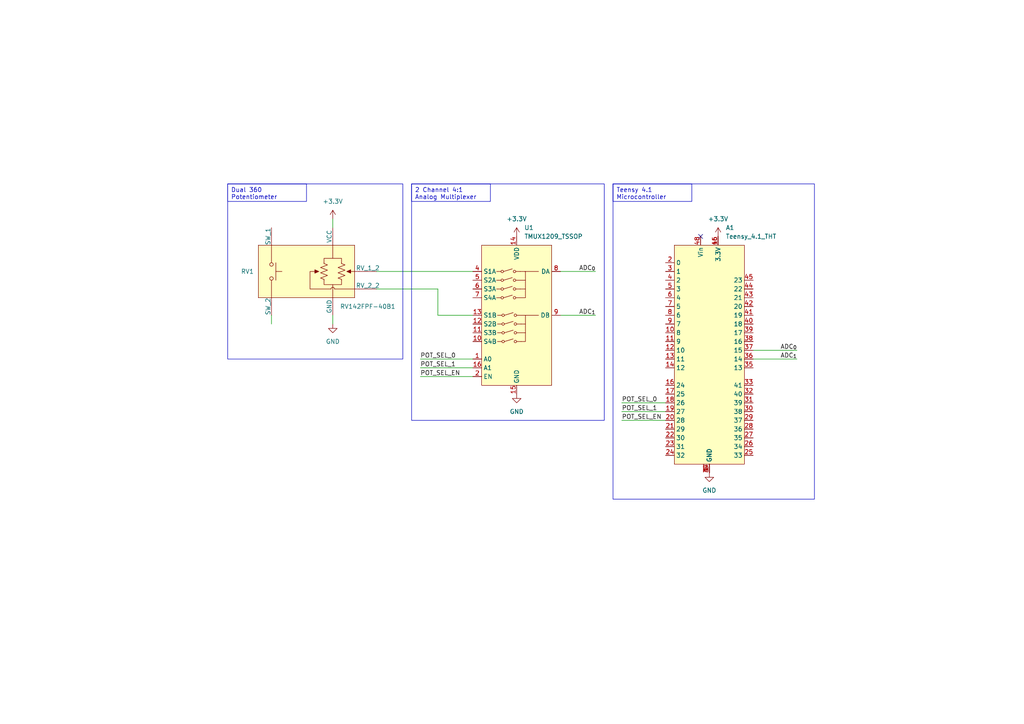
<source format=kicad_sch>
(kicad_sch (version 20230121) (generator eeschema)
  (paper "A4")
  (lib_symbols
    (symbol "MPP_Analog_Switch:TMUX1209_TSSOP"
      (property "Reference" "U" (at 2.286 24.384 0))
      (property "Value" "TMUX1209_TSSOP" (at 10.16 22.098 0))
      (symbol "TMUX1209_TSSOP_0_1"
        (circle (center -4.191 5.08) (radius 0.3592))
        (circle (center -4.191 7.62) (radius 0.3592))
        (circle (center -4.191 10.16) (radius 0.3592))
        (circle (center -4.191 12.7) (radius 0.3592))
        (circle (center -3.937 -7.62) (radius 0.3592))
        (circle (center -3.937 -5.08) (radius 0.3592))
        (circle (center -3.937 -2.54) (radius 0.3592))
        (circle (center -3.937 0) (radius 0.3592))
        (circle (center -0.635 5.08) (radius 0.3592))
        (circle (center -0.635 7.62) (radius 0.3592))
        (circle (center -0.635 10.16) (radius 0.3592))
        (circle (center -0.635 12.7) (radius 0.3592))
        (circle (center -0.381 -7.62) (radius 0.3592))
        (circle (center -0.381 -5.08) (radius 0.3592))
        (circle (center -0.381 -2.54) (radius 0.3592))
        (circle (center -0.381 0) (radius 0.3592))
        (polyline (pts (xy -5.842 5.08) (xy -4.572 5.08)))
        (polyline (pts (xy -5.842 7.62) (xy -4.572 7.62)))
        (polyline (pts (xy -5.842 10.16) (xy -4.572 10.16)))
        (polyline (pts (xy -5.842 12.7) (xy -4.572 12.7)))
        (polyline (pts (xy -5.588 -7.62) (xy -4.318 -7.62)))
        (polyline (pts (xy -5.588 -5.08) (xy -4.318 -5.08)))
        (polyline (pts (xy -5.588 -2.54) (xy -4.318 -2.54)))
        (polyline (pts (xy -5.588 0) (xy -4.318 0)))
        (polyline (pts (xy -3.81 5.08) (xy -1.27 5.842)))
        (polyline (pts (xy -3.81 7.62) (xy -1.27 8.382)))
        (polyline (pts (xy -3.81 10.16) (xy -1.27 10.922)))
        (polyline (pts (xy -3.81 12.7) (xy -1.27 13.462)))
        (polyline (pts (xy -3.556 -7.62) (xy -1.016 -6.858)))
        (polyline (pts (xy -3.556 -5.08) (xy -1.016 -4.318)))
        (polyline (pts (xy -3.556 -2.54) (xy -1.016 -1.778)))
        (polyline (pts (xy -3.556 0) (xy -1.016 0.762)))
        (polyline (pts (xy 1.016 5.08) (xy -0.254 5.08)))
        (polyline (pts (xy 1.016 7.62) (xy -0.254 7.62)))
        (polyline (pts (xy 1.016 7.62) (xy 2.54 7.62)))
        (polyline (pts (xy 1.016 10.16) (xy -0.254 10.16)))
        (polyline (pts (xy 1.016 10.16) (xy 2.54 10.16)))
        (polyline (pts (xy 1.016 12.7) (xy -0.254 12.7)))
        (polyline (pts (xy 1.27 -7.62) (xy 0 -7.62)))
        (polyline (pts (xy 1.27 -5.08) (xy 0 -5.08)))
        (polyline (pts (xy 1.27 -5.08) (xy 2.54 -5.08)))
        (polyline (pts (xy 1.27 -2.54) (xy 0 -2.54)))
        (polyline (pts (xy 1.27 -2.54) (xy 2.54 -2.54)))
        (polyline (pts (xy 1.27 0) (xy 0 0)))
        (polyline (pts (xy 6.35 0) (xy 2.413 0)))
        (polyline (pts (xy 6.35 12.7) (xy 2.413 12.7)))
        (polyline (pts (xy 1.016 12.7) (xy 2.54 12.7) (xy 2.54 5.08) (xy 1.016 5.08)))
        (polyline (pts (xy 1.27 0) (xy 2.54 0) (xy 2.54 -7.62) (xy 1.27 -7.62)))
      )
      (symbol "TMUX1209_TSSOP_1_1"
        (rectangle (start -10.16 20.32) (end 10.16 -20.32) (fill (type background)))
        (pin input line (at -12.7 -12.7 0) (length 2.54) (name "A0") (number "1"))
        (pin bidirectional line (at -12.7 -7.62 0) (length 2.54) (name "S4B") (number "10"))
        (pin bidirectional line (at -12.7 -5.08 0) (length 2.54) (name "S3B") (number "11"))
        (pin bidirectional line (at -12.7 -2.54 0) (length 2.54) (name "S2B") (number "12"))
        (pin bidirectional line (at -12.7 0 0) (length 2.54) (name "S1B") (number "13"))
        (pin power_in line (at 0 22.86 270) (length 2.54) (name "VDD") (number "14"))
        (pin power_in line (at 0 -22.86 90) (length 2.54) (name "GND") (number "15"))
        (pin input line (at -12.7 -15.24 0) (length 2.54) (name "A1") (number "16"))
        (pin input line (at -12.7 -17.78 0) (length 2.54) (name "EN") (number "2"))
        (pin bidirectional line (at -12.7 12.7 0) (length 2.54) (name "S1A") (number "4"))
        (pin bidirectional line (at -12.7 10.16 0) (length 2.54) (name "S2A") (number "5"))
        (pin bidirectional line (at -12.7 7.62 0) (length 2.54) (name "S3A") (number "6"))
        (pin bidirectional line (at -12.7 5.08 0) (length 2.54) (name "S4A") (number "7"))
        (pin bidirectional line (at 12.7 12.7 180) (length 2.54) (name "DA") (number "8"))
        (pin bidirectional line (at 12.7 0 180) (length 2.54) (name "DB") (number "9"))
      )
    )
    (symbol "MPP_Device:RV142FPF-40B1" (pin_numbers hide) (pin_names (offset 0))
      (property "Reference" "RV" (at -5.08 8.89 0))
      (property "Value" "RV142FPF-40B1" (at -15.875 0 90))
      (symbol "RV142FPF-40B1_0_1"
        (circle (center -10.16 -2.032) (radius 0.508))
        (circle (center -10.16 2.032) (radius 0.508))
        (polyline (pts (xy -10.16 -2.54) (xy -10.16 -7.62)))
        (polyline (pts (xy -10.16 2.54) (xy -10.16 7.62)))
        (polyline (pts (xy -8.89 -2.54) (xy -8.89 2.54)))
        (polyline (pts (xy -8.89 0) (xy -7.112 0)))
        (polyline (pts (xy 5.08 -2.286) (xy 5.08 -2.54)))
        (polyline (pts (xy 5.08 2.286) (xy 5.08 2.54)))
        (polyline (pts (xy 7.62 -3.81) (xy 7.62 -7.62)))
        (polyline (pts (xy 7.62 3.81) (xy 7.62 7.62)))
        (polyline (pts (xy 10.16 -2.286) (xy 10.16 -2.54)))
        (polyline (pts (xy 10.16 2.286) (xy 10.16 2.54)))
        (polyline (pts (xy 12.7 0) (xy 15.24 0)))
        (polyline (pts (xy 15.24 -5.08) (xy 8.128 -5.08)))
        (polyline (pts (xy 2.54 0) (xy 1.016 0) (xy 1.016 -5.08) (xy 7.112 -5.08)))
        (polyline (pts (xy 3.556 0) (xy 2.413 -0.508) (xy 2.413 0.508) (xy 3.556 0)) (fill (type outline)))
        (polyline (pts (xy 5.08 -2.54) (xy 5.08 -3.81) (xy 10.16 -3.81) (xy 10.16 -2.54)))
        (polyline (pts (xy 5.08 2.54) (xy 5.08 3.81) (xy 10.16 3.81) (xy 10.16 2.54)))
        (polyline (pts (xy 11.684 0) (xy 12.827 0.508) (xy 12.827 -0.508) (xy 11.684 0)) (fill (type outline)))
        (polyline (pts (xy 5.08 -0.762) (xy 6.096 -1.143) (xy 5.08 -1.524) (xy 4.064 -1.905) (xy 5.08 -2.286)))
        (polyline (pts (xy 5.08 0.762) (xy 6.096 0.381) (xy 5.08 0) (xy 4.064 -0.381) (xy 5.08 -0.762)))
        (polyline (pts (xy 5.08 2.286) (xy 6.096 1.905) (xy 5.08 1.524) (xy 4.064 1.143) (xy 5.08 0.762)))
        (polyline (pts (xy 10.16 -0.762) (xy 11.176 -1.143) (xy 10.16 -1.524) (xy 9.144 -1.905) (xy 10.16 -2.286)))
        (polyline (pts (xy 10.16 0.762) (xy 11.176 0.381) (xy 10.16 0) (xy 9.144 -0.381) (xy 10.16 -0.762)))
        (polyline (pts (xy 10.16 2.286) (xy 11.176 1.905) (xy 10.16 1.524) (xy 9.144 1.143) (xy 10.16 0.762)))
        (arc (start 7.62 -4.572) (mid 7.2608 -4.7208) (end 7.112 -5.08))
        (arc (start 8.128 -5.08) (mid 7.9792 -4.7208) (end 7.62 -4.572))
      )
      (symbol "RV142FPF-40B1_1_1"
        (rectangle (start -13.97 7.62) (end 13.97 -7.62) (fill (type background)))
        (pin passive line (at 7.62 -12.7 90) (length 5.08) (name "GND") (number "1"))
        (pin passive line (at 20.32 0 180) (length 5.08) (name "RV_1_2") (number "2"))
        (pin passive line (at 7.62 12.7 270) (length 5.08) (name "VCC") (number "3"))
        (pin passive line (at 20.32 -5.08 180) (length 5.08) (name "RV_2_2") (number "4"))
        (pin passive line (at -10.16 12.7 270) (length 5.08) (name "SW_1") (number "5"))
        (pin passive line (at -10.16 -12.7 90) (length 5.08) (name "SW_2") (number "6"))
      )
    )
    (symbol "MPP_MCU_Module:Teensy_4.1_THT"
      (property "Reference" "A" (at 5.715 32.385 0))
      (property "Value" "Teensy_4.1_THT" (at 12.065 29.845 0))
      (symbol "Teensy_4.1_THT_1_1"
        (rectangle (start -10.16 27.94) (end 10.16 -35.56) (fill (type background)))
        (pin power_out line (at 0 -38.1 90) (length 2.54) (name "GND") (number "1"))
        (pin bidirectional line (at -12.7 2.54 0) (length 2.54) (name "8") (number "10"))
        (pin bidirectional line (at -12.7 0 0) (length 2.54) (name "9") (number "11"))
        (pin bidirectional line (at -12.7 -2.54 0) (length 2.54) (name "10") (number "12"))
        (pin bidirectional line (at -12.7 -5.08 0) (length 2.54) (name "11") (number "13"))
        (pin bidirectional line (at -12.7 -7.62 0) (length 2.54) (name "12") (number "14"))
        (pin power_out line (at 2.54 30.48 270) (length 2.54) (name "3.3V") (number "15"))
        (pin bidirectional line (at -12.7 -12.7 0) (length 2.54) (name "24") (number "16"))
        (pin bidirectional line (at -12.7 -15.24 0) (length 2.54) (name "25") (number "17"))
        (pin bidirectional line (at -12.7 -17.78 0) (length 2.54) (name "26") (number "18"))
        (pin bidirectional line (at -12.7 -20.32 0) (length 2.54) (name "27") (number "19"))
        (pin bidirectional line (at -12.7 22.86 0) (length 2.54) (name "0") (number "2"))
        (pin bidirectional line (at -12.7 -22.86 0) (length 2.54) (name "28") (number "20"))
        (pin bidirectional line (at -12.7 -25.4 0) (length 2.54) (name "29") (number "21"))
        (pin bidirectional line (at -12.7 -27.94 0) (length 2.54) (name "30") (number "22"))
        (pin bidirectional line (at -12.7 -30.48 0) (length 2.54) (name "31") (number "23"))
        (pin bidirectional line (at -12.7 -33.02 0) (length 2.54) (name "32") (number "24"))
        (pin bidirectional line (at 12.7 -33.02 180) (length 2.54) (name "33") (number "25"))
        (pin bidirectional line (at 12.7 -30.48 180) (length 2.54) (name "34") (number "26"))
        (pin bidirectional line (at 12.7 -27.94 180) (length 2.54) (name "35") (number "27"))
        (pin bidirectional line (at 12.7 -25.4 180) (length 2.54) (name "36") (number "28"))
        (pin bidirectional line (at 12.7 -22.86 180) (length 2.54) (name "37") (number "29"))
        (pin bidirectional line (at -12.7 20.32 0) (length 2.54) (name "1") (number "3"))
        (pin bidirectional line (at 12.7 -20.32 180) (length 2.54) (name "38") (number "30"))
        (pin bidirectional line (at 12.7 -17.78 180) (length 2.54) (name "39") (number "31"))
        (pin bidirectional line (at 12.7 -15.24 180) (length 2.54) (name "40") (number "32"))
        (pin bidirectional line (at 12.7 -12.7 180) (length 2.54) (name "41") (number "33"))
        (pin power_out line (at 0 -38.1 90) (length 2.54) (name "GND") (number "34"))
        (pin bidirectional line (at 12.7 -7.62 180) (length 2.54) (name "13") (number "35"))
        (pin bidirectional line (at 12.7 -5.08 180) (length 2.54) (name "14") (number "36"))
        (pin bidirectional line (at 12.7 -2.54 180) (length 2.54) (name "15") (number "37"))
        (pin bidirectional line (at 12.7 0 180) (length 2.54) (name "16") (number "38"))
        (pin bidirectional line (at 12.7 2.54 180) (length 2.54) (name "17") (number "39"))
        (pin bidirectional line (at -12.7 17.78 0) (length 2.54) (name "2") (number "4"))
        (pin bidirectional line (at 12.7 5.08 180) (length 2.54) (name "18") (number "40"))
        (pin bidirectional line (at 12.7 7.62 180) (length 2.54) (name "19") (number "41"))
        (pin bidirectional line (at 12.7 10.16 180) (length 2.54) (name "20") (number "42"))
        (pin bidirectional line (at 12.7 12.7 180) (length 2.54) (name "21") (number "43"))
        (pin bidirectional line (at 12.7 15.24 180) (length 2.54) (name "22") (number "44"))
        (pin bidirectional line (at 12.7 17.78 180) (length 2.54) (name "23") (number "45"))
        (pin power_out line (at 2.54 30.48 270) (length 2.54) (name "3.3V") (number "46"))
        (pin power_out line (at 0 -38.1 90) (length 2.54) (name "GND") (number "47"))
        (pin power_out line (at -2.54 30.48 270) (length 2.54) (name "Vin") (number "48"))
        (pin bidirectional line (at -12.7 15.24 0) (length 2.54) (name "3") (number "5"))
        (pin bidirectional line (at -12.7 12.7 0) (length 2.54) (name "4") (number "6"))
        (pin bidirectional line (at -12.7 10.16 0) (length 2.54) (name "5") (number "7"))
        (pin bidirectional line (at -12.7 7.62 0) (length 2.54) (name "6") (number "8"))
        (pin bidirectional line (at -12.7 5.08 0) (length 2.54) (name "7") (number "9"))
      )
    )
    (symbol "power:+3.3V" (power) (pin_names (offset 0))
      (property "Value" "+3.3V" (at 0 3.556 0))
      (symbol "+3.3V_0_1"
        (polyline (pts (xy -0.762 1.27) (xy 0 2.54)))
        (polyline (pts (xy 0 0) (xy 0 2.54)))
        (polyline (pts (xy 0 2.54) (xy 0.762 1.27)))
      )
      (symbol "+3.3V_1_1"
        (pin power_in line (at 0 0 90) (length 0) hide (name "+3.3V") (number "1"))
      )
    )
    (symbol "power:GND" (power) (pin_names (offset 0))
      (property "Value" "GND" (at 0 -3.81 0))
      (symbol "GND_0_1"
        (polyline (pts (xy 0 0) (xy 0 -1.27) (xy 1.27 -1.27) (xy 0 -2.54) (xy -1.27 -1.27) (xy 0 -1.27)))
      )
      (symbol "GND_1_1"
        (pin power_in line (at 0 0 270) (length 0) hide (name "GND") (number "1"))
      )
    )
  )
  (no_connect (at 203.2 68.58))
  (wire (pts (xy 96.52 91.44) (xy 96.52 93.98)))
  (wire (pts (xy 127 83.82) (xy 127 91.44)))
  (wire (pts (xy 121.92 104.14) (xy 137.16 104.14)))
  (wire (pts (xy 218.44 101.6) (xy 231.14 101.6)))
  (wire (pts (xy 218.44 104.14) (xy 231.14 104.14)))
  (wire (pts (xy 180.34 121.92) (xy 193.04 121.92)))
  (wire (pts (xy 162.56 78.74) (xy 172.72 78.74)))
  (wire (pts (xy 162.56 91.44) (xy 172.72 91.44)))
  (wire (pts (xy 96.52 63.5) (xy 96.52 66.04)))
  (wire (pts (xy 109.22 83.82) (xy 127 83.82)))
  (wire (pts (xy 180.34 119.38) (xy 193.04 119.38)))
  (wire (pts (xy 78.74 91.44) (xy 78.74 93.98)))
  (wire (pts (xy 109.22 78.74) (xy 137.16 78.74)))
  (wire (pts (xy 127 91.44) (xy 137.16 91.44)))
  (wire (pts (xy 121.92 109.22) (xy 137.16 109.22)))
  (wire (pts (xy 121.92 106.68) (xy 137.16 106.68)))
  (wire (pts (xy 180.34 116.84) (xy 193.04 116.84)))
  (rectangle (start 177.8 53.34) (end 236.22 144.78))
  (rectangle (start 66.04 53.34) (end 116.84 104.14))
  (rectangle (start 119.38 53.34) (end 175.26 121.92))
  (text_box "Dual 360 Potentiometer" (at 66.04 53.34 0) (size 22.86 5.08) (effects (font (size 1.27 1.27)) (justify left top)))
  (text_box "Teensy 4.1 Microcontroller\n" (at 177.8 53.34 0) (size 22.86 5.08) (effects (font (size 1.27 1.27)) (justify left top)))
  (text_box "2 Channel 4:1 Analog Multiplexer\n" (at 119.38 53.34 0) (size 22.86 5.08) (effects (font (size 1.27 1.27)) (justify left top)))
  (label "ADC_{0}" (at 231.14 101.6 180))
  (label "POT_SEL_EN" (at 121.92 109.22 0))
  (label "ADC_{1}" (at 231.14 104.14 180))
  (label "POT_SEL_1" (at 180.34 119.38 0))
  (label "POT_SEL_0" (at 180.34 116.84 0))
  (label "POT_SEL_0" (at 121.92 104.14 0))
  (label "ADC_{0}" (at 172.72 78.74 180))
  (label "ADC_{1}" (at 172.72 91.44 180))
  (label "POT_SEL_EN" (at 180.34 121.92 0))
  (label "POT_SEL_1" (at 121.92 106.68 0))
  (symbol (lib_id "power:GND") (at 96.52 93.98 0) (unit 1)
    (property "Reference" "#PWR05" (effects hide))
    (property "Value" "GND" (at 96.52 99.06 0))
    (instances (project "midi-controller_pot-board_teensy" (path "" (reference "#PWR05") (unit 1))) (project "midi-controller_pot-subcircuit_diagram" (path "" (reference "#PWR02") (unit 1)) (path "" (reference "#PWR02") (unit 1))))
  )
  (symbol (lib_id "MPP_MCU_Module:Teensy_4.1_THT") (at 205.74 99.06 0) (unit 1)
    (property "Reference" "A1" (at 210.4741 66.04 0) (effects (justify left)))
    (property "Value" "Teensy_4.1_THT" (at 210.4741 68.58 0) (effects (justify left)))
    (property "Footprint" "MPP_Module:Teensy_4.1_THT" (effects hide))
    (property "Datasheet" "https://www.pjrc.com/teensy/pinout.html" (effects hide))
  )
  (symbol (lib_id "power:+3.3V") (at 96.52 63.5 0) (unit 1)
    (property "Reference" "#PWR02" (effects hide))
    (property "Value" "+3.3V" (at 96.52 58.42 0))
    (instances (project "midi-controller_pot-board_teensy" (path "" (reference "#PWR02") (unit 1))) (project "midi-controller_pot-subcircuit_diagram" (path "" (reference "#PWR01") (unit 1)) (path "" (reference "#PWR01") (unit 1))))
  )
  (symbol (lib_id "power:GND") (at 149.86 114.3 0) (unit 1)
    (property "Reference" "#PWR088" (effects hide))
    (property "Value" "GND" (at 149.86 119.38 0))
    (instances (project "midi-controller_pot-board_teensy" (path "" (reference "#PWR088") (unit 1))) (project "midi-controller_pot-subcircuit_diagram" (path "" (reference "#PWR08") (unit 1)) (path "" (reference "#PWR04") (unit 1))))
  )
  (symbol (lib_id "power:+3.3V") (at 208.28 68.58 0) (unit 1)
    (property "Reference" "#PWR011" (effects hide))
    (property "Value" "+3.3V" (at 208.28 63.5 0))
    (instances (project "midi-controller_control-board_teensy" (path "" (reference "#PWR011") (unit 1))) (project "midi-controller_pot-subcircuit_diagram" (path "" (reference "#PWR062") (unit 1)) (path "" (reference "#PWR06") (unit 1))))
  )
  (symbol (lib_id "power:+3.3V") (at 149.86 68.58 0) (unit 1)
    (property "Reference" "#PWR087" (effects hide))
    (property "Value" "+3.3V" (at 149.86 63.5 0))
    (instances (project "midi-controller_pot-board_teensy" (path "" (reference "#PWR087") (unit 1))) (project "midi-controller_pot-subcircuit_diagram" (path "" (reference "#PWR07") (unit 1)) (path "" (reference "#PWR03") (unit 1))))
  )
  (symbol (lib_id "MPP_Analog_Switch:TMUX1209_TSSOP") (at 149.86 91.44 0) (unit 1)
    (property "Reference" "U1" (at 152.0541 66.04 0) (effects (justify left)))
    (property "Value" "TMUX1209_TSSOP" (at 152.0541 68.58 0) (effects (justify left)))
    (property "Footprint" "Package_SO:TSSOP-16_4.4x5mm_P0.65mm" (effects hide))
    (property "Datasheet" "https://www.ti.com/lit/ds/symlink/tmux1209.pdf?ts=1711160247100&ref_url=https%253A%252F%252Fwww.ti.com%252Fproduct%252FTMUX1209" (effects hide))
  )
  (symbol (lib_id "power:GND") (at 205.74 137.16 0) (unit 1)
    (property "Reference" "#PWR012" (effects hide))
    (property "Value" "GND" (at 205.74 142.24 0))
    (instances (project "midi-controller_control-board_teensy" (path "" (reference "#PWR012") (unit 1))) (project "midi-controller_pot-subcircuit_diagram" (path "" (reference "#PWR061") (unit 1)) (path "" (reference "#PWR05") (unit 1))))
  )
  (symbol (lib_id "MPP_Device:RV142FPF-40B1") (at 88.9 78.74 0) (unit 1)
    (property "Reference" "RV1" (at 73.66 78.74 0) (effects (justify right)))
    (property "Value" "RV142FPF-40B1" (at 106.68 88.9 0))
    (property "Footprint" "MPP_Potentiometer_THT:RV142FPF-40B1" (effects hide))
    (property "Datasheet" "http://www.taiwanalpha.com/downloads?target=products&id=93" (effects hide))
  )
)
</source>
